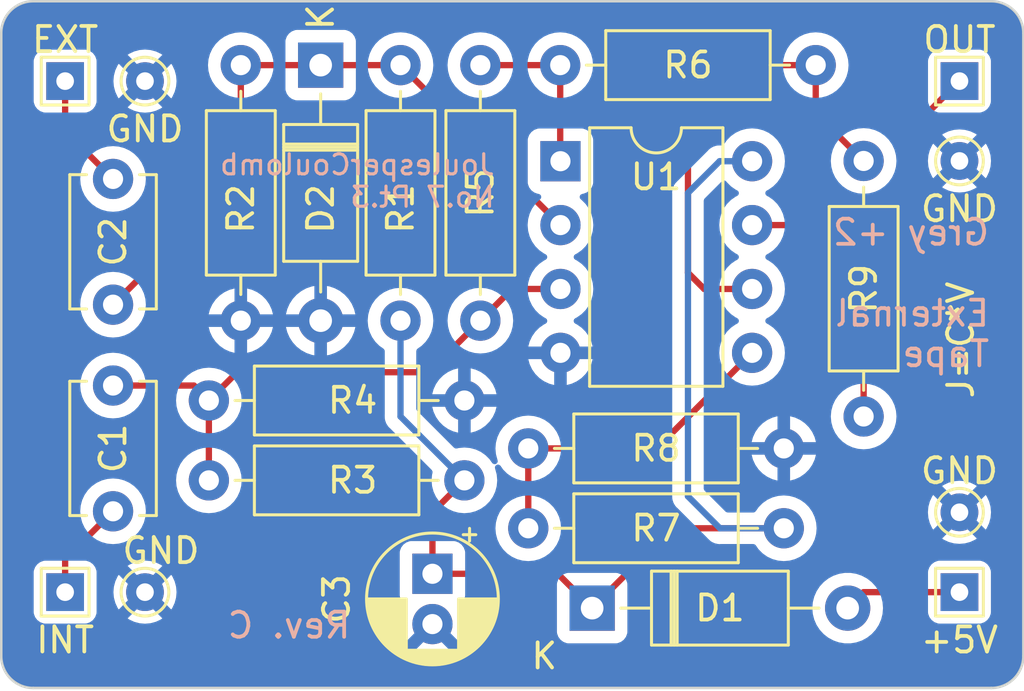
<source format=kicad_pcb>
(kicad_pcb (version 20221018) (generator pcbnew)
  (layers (0 "F.Cu" signal) (31 "B.Cu" signal) (34 "B.Paste" user) (35 "F.Paste" user) (36 "B.SilkS" user "B.Silkscreen") (37 "F.SilkS" user "F.Silkscreen") (38 "B.Mask" user) (39 "F.Mask" user) (44 "Edge.Cuts" user))
  (net 0 "")
  (net 1 "INT TAPE")
  (net 2 "Net-(U1A-+)")
  (net 3 "EXT TAPE")
  (net 4 "Net-(D2-K)")
  (net 5 "+5V")
  (net 6 "GND")
  (net 7 "5V DC")
  (net 8 "Net-(R5-Pad2)")
  (net 9 "Net-(U1B--)")
  (net 10 "Net-(U1B-+)")
  (net 11 "OUTPUT")
  (footprint "Resistor_THT:R_Axial_DIN0207_L6.3mm_D2.5mm_P10.16mm_Horizontal" (layer "F.Cu") (at 149.225 80.645 90)
    (fp_text reference "R1" (at 4.445 0 90) (layer "F.SilkS"))
    (fp_text value "100k")
    (fp_line (start 1.04 0) (end 1.81 0) (stroke (width 0.12)) (layer "F.SilkS"))
    (fp_line (start 1.81 -1.37) (end 1.81 1.37) (stroke (width 0.12)) (layer "F.SilkS"))
    (fp_line (start 1.81 1.37) (end 8.35 1.37) (stroke (width 0.12)) (layer "F.SilkS"))
    (fp_line (start 8.35 -1.37) (end 1.81 -1.37) (stroke (width 0.12)) (layer "F.SilkS"))
    (fp_line (start 8.35 1.37) (end 8.35 -1.37) (stroke (width 0.12)) (layer "F.SilkS"))
    (fp_line (start 9.12 0) (end 8.35 0) (stroke (width 0.12)) (layer "F.SilkS"))
    (pad "1" thru_hole circle (at 0 0 90) (size 1.6 1.6) (drill 0.8) (layers "*.Cu" "*.Mask") (net 5 "+5V"))
    (pad "2" thru_hole oval (at 10.16 0 90) (size 1.6 1.6) (drill 0.8) (layers "*.Cu" "*.Mask") (net 4 "Net-(D2-K)"))
  )
  (footprint "Capacitor_THT:C_Disc_D5.1mm_W3.2mm_P5.00mm" (layer "F.Cu") (at 137.795 88.225 90)
    (fp_text reference "C1" (at 2.5 0 90) (layer "F.SilkS"))
    (fp_text value "20nF")
    (fp_line (start -0.17 -1.721) (end -0.17 -1.055) (stroke (width 0.12)) (layer "F.SilkS"))
    (fp_line (start -0.17 -1.721) (end 5.17 -1.721) (stroke (width 0.12)) (layer "F.SilkS"))
    (fp_line (start -0.17 1.055) (end -0.17 1.721) (stroke (width 0.12)) (layer "F.SilkS"))
    (fp_line (start -0.17 1.721) (end 5.17 1.721) (stroke (width 0.12)) (layer "F.SilkS"))
    (fp_line (start 5.17 -1.721) (end 5.17 -1.055) (stroke (width 0.12)) (layer "F.SilkS"))
    (fp_line (start 5.17 1.055) (end 5.17 1.721) (stroke (width 0.12)) (layer "F.SilkS"))
    (pad "1" thru_hole circle (at 0 0 90) (size 1.6 1.6) (drill 0.8) (layers "*.Cu" "*.Mask") (net 1 "INT TAPE"))
    (pad "2" thru_hole circle (at 5 0 90) (size 1.6 1.6) (drill 0.8) (layers "*.Cu" "*.Mask") (net 2 "Net-(U1A-+)"))
  )
  (footprint "Package_DIP:DIP-8_W7.62mm" (layer "F.Cu") (at 155.585 74.305)
    (fp_text reference "U1" (at 3.8 0.625) (layer "F.SilkS"))
    (fp_text value "LM358")
    (fp_line (start 1.16 -1.33) (end 1.16 8.95) (stroke (width 0.12)) (layer "F.SilkS"))
    (fp_line (start 1.16 8.95) (end 6.46 8.95) (stroke (width 0.12)) (layer "F.SilkS"))
    (fp_line (start 2.81 -1.33) (end 1.16 -1.33) (stroke (width 0.12)) (layer "F.SilkS"))
    (fp_line (start 6.46 -1.33) (end 4.81 -1.33) (stroke (width 0.12)) (layer "F.SilkS"))
    (fp_line (start 6.46 8.95) (end 6.46 -1.33) (stroke (width 0.12)) (layer "F.SilkS"))
    (fp_arc (start 4.81 -1.33) (mid 3.81 -0.33) (end 2.81 -1.33) (stroke (width 0.12)) (layer "F.SilkS"))
    (pad "1" thru_hole rect (at 0 0) (size 1.6 1.6) (drill 0.8) (layers "*.Cu" "*.Mask") (net 8 "Net-(R5-Pad2)"))
    (pad "2" thru_hole oval (at 0 2.54) (size 1.6 1.6) (drill 0.8) (layers "*.Cu" "*.Mask") (net 4 "Net-(D2-K)"))
    (pad "3" thru_hole oval (at 0 5.08) (size 1.6 1.6) (drill 0.8) (layers "*.Cu" "*.Mask") (net 2 "Net-(U1A-+)"))
    (pad "4" thru_hole oval (at 0 7.62) (size 1.6 1.6) (drill 0.8) (layers "*.Cu" "*.Mask") (net 6 "GND"))
    (pad "5" thru_hole oval (at 7.62 7.62) (size 1.6 1.6) (drill 0.8) (layers "*.Cu" "*.Mask") (net 10 "Net-(U1B-+)"))
    (pad "6" thru_hole oval (at 7.62 5.08) (size 1.6 1.6) (drill 0.8) (layers "*.Cu" "*.Mask") (net 9 "Net-(U1B--)"))
    (pad "7" thru_hole oval (at 7.62 2.54) (size 1.6 1.6) (drill 0.8) (layers "*.Cu" "*.Mask") (net 11 "OUTPUT"))
    (pad "8" thru_hole oval (at 7.62 0) (size 1.6 1.6) (drill 0.8) (layers "*.Cu" "*.Mask") (net 5 "+5V"))
  )
  (footprint "Resistor_THT:R_Axial_DIN0207_L6.3mm_D2.5mm_P10.16mm_Horizontal" (layer "F.Cu") (at 155.575 70.485)
    (fp_text reference "R6" (at 5.08 0) (layer "F.SilkS"))
    (fp_text value "100k")
    (fp_line (start 1.04 0) (end 1.81 0) (stroke (width 0.12)) (layer "F.SilkS"))
    (fp_line (start 1.81 -1.37) (end 1.81 1.37) (stroke (width 0.12)) (layer "F.SilkS"))
    (fp_line (start 1.81 1.37) (end 8.35 1.37) (stroke (width 0.12)) (layer "F.SilkS"))
    (fp_line (start 8.35 -1.37) (end 1.81 -1.37) (stroke (width 0.12)) (layer "F.SilkS"))
    (fp_line (start 8.35 1.37) (end 8.35 -1.37) (stroke (width 0.12)) (layer "F.SilkS"))
    (fp_line (start 9.12 0) (end 8.35 0) (stroke (width 0.12)) (layer "F.SilkS"))
    (pad "1" thru_hole circle (at 0 0) (size 1.6 1.6) (drill 0.8) (layers "*.Cu" "*.Mask") (net 8 "Net-(R5-Pad2)"))
    (pad "2" thru_hole oval (at 10.16 0) (size 1.6 1.6) (drill 0.8) (layers "*.Cu" "*.Mask") (net 9 "Net-(U1B--)"))
  )
  (footprint "Resistor_THT:R_Axial_DIN0207_L6.3mm_D2.5mm_P10.16mm_Horizontal" (layer "F.Cu") (at 141.605 83.82)
    (fp_text reference "R4" (at 5.715 0) (layer "F.SilkS"))
    (fp_text value "100k")
    (fp_line (start 1.04 0) (end 1.81 0) (stroke (width 0.12)) (layer "F.SilkS"))
    (fp_line (start 1.81 -1.37) (end 1.81 1.37) (stroke (width 0.12)) (layer "F.SilkS"))
    (fp_line (start 1.81 1.37) (end 8.35 1.37) (stroke (width 0.12)) (layer "F.SilkS"))
    (fp_line (start 8.35 -1.37) (end 1.81 -1.37) (stroke (width 0.12)) (layer "F.SilkS"))
    (fp_line (start 8.35 1.37) (end 8.35 -1.37) (stroke (width 0.12)) (layer "F.SilkS"))
    (fp_line (start 9.12 0) (end 8.35 0) (stroke (width 0.12)) (layer "F.SilkS"))
    (pad "1" thru_hole circle (at 0 0) (size 1.6 1.6) (drill 0.8) (layers "*.Cu" "*.Mask") (net 2 "Net-(U1A-+)"))
    (pad "2" thru_hole oval (at 10.16 0) (size 1.6 1.6) (drill 0.8) (layers "*.Cu" "*.Mask") (net 6 "GND"))
  )
  (footprint "Resistor_THT:R_Axial_DIN0207_L6.3mm_D2.5mm_P10.16mm_Horizontal" (layer "F.Cu") (at 142.875 70.485 -90)
    (fp_text reference "R2" (at 5.715 0 -90) (layer "F.SilkS"))
    (fp_text value "100k")
    (fp_line (start 1.04 0) (end 1.81 0) (stroke (width 0.12)) (layer "F.SilkS"))
    (fp_line (start 1.81 -1.37) (end 1.81 1.37) (stroke (width 0.12)) (layer "F.SilkS"))
    (fp_line (start 1.81 1.37) (end 8.35 1.37) (stroke (width 0.12)) (layer "F.SilkS"))
    (fp_line (start 8.35 -1.37) (end 1.81 -1.37) (stroke (width 0.12)) (layer "F.SilkS"))
    (fp_line (start 8.35 1.37) (end 8.35 -1.37) (stroke (width 0.12)) (layer "F.SilkS"))
    (fp_line (start 9.12 0) (end 8.35 0) (stroke (width 0.12)) (layer "F.SilkS"))
    (pad "1" thru_hole circle (at 0 0 270) (size 1.6 1.6) (drill 0.8) (layers "*.Cu" "*.Mask") (net 4 "Net-(D2-K)"))
    (pad "2" thru_hole oval (at 10.16 0 270) (size 1.6 1.6) (drill 0.8) (layers "*.Cu" "*.Mask") (net 6 "GND"))
  )
  (footprint "TestPoint:TestPoint_THTPad_1.5x1.5mm_Drill0.7mm" (layer "F.Cu") (at 135.89 71.12)
    (fp_text reference "EXT" (at 0 -1.648) (layer "F.SilkS"))
    (fp_text value "TestPoint_THTPad_1.5x1.5mm_Drill0.7mm" hide)
    (fp_line (start -0.95 -0.95) (end 0.95 -0.95) (stroke (width 0.12)) (layer "F.SilkS"))
    (fp_line (start -0.95 0.95) (end -0.95 -0.95) (stroke (width 0.12)) (layer "F.SilkS"))
    (fp_line (start 0.95 -0.95) (end 0.95 0.95) (stroke (width 0.12)) (layer "F.SilkS"))
    (fp_line (start 0.95 0.95) (end -0.95 0.95) (stroke (width 0.12)) (layer "F.SilkS"))
    (pad "1" thru_hole rect (at 0 0) (size 1.5 1.5) (drill 0.7) (layers "*.Cu" "*.Mask") (net 3 "EXT TAPE"))
  )
  (footprint "TestPoint:TestPoint_THTPad_D1.5mm_Drill0.7mm" (layer "F.Cu") (at 139.065 91.44)
    (fp_text reference "GND" (at 0.635 -1.648) (layer "F.SilkS"))
    (fp_text value "TestPoint_THTPad_D1.5mm_Drill0.7mm" hide)
    (fp_circle (center 0 0) (end 0 0.95) (stroke (width 0.12)) (fill none) (layer "F.SilkS"))
    (pad "1" thru_hole circle (at 0 0) (size 1.5 1.5) (drill 0.7) (layers "*.Cu" "*.Mask") (net 6 "GND"))
  )
  (footprint "TestPoint:TestPoint_THTPad_D1.5mm_Drill0.7mm" (layer "F.Cu") (at 171.45 88.265)
    (fp_text reference "GND" (at 0 -1.648) (layer "F.SilkS"))
    (fp_text value "TestPoint_THTPad_D1.5mm_Drill0.7mm" hide)
    (fp_circle (center 0 0) (end 0 0.95) (stroke (width 0.12)) (fill none) (layer "F.SilkS"))
    (pad "1" thru_hole circle (at 0 0) (size 1.5 1.5) (drill 0.7) (layers "*.Cu" "*.Mask") (net 6 "GND"))
  )
  (footprint "Resistor_THT:R_Axial_DIN0207_L6.3mm_D2.5mm_P10.16mm_Horizontal" (layer "F.Cu") (at 154.305 85.725)
    (fp_text reference "R8" (at 5.08 0) (layer "F.SilkS"))
    (fp_text value "68k")
    (fp_line (start 1.04 0) (end 1.81 0) (stroke (width 0.12)) (layer "F.SilkS"))
    (fp_line (start 1.81 -1.37) (end 1.81 1.37) (stroke (width 0.12)) (layer "F.SilkS"))
    (fp_line (start 1.81 1.37) (end 8.35 1.37) (stroke (width 0.12)) (layer "F.SilkS"))
    (fp_line (start 8.35 -1.37) (end 1.81 -1.37) (stroke (width 0.12)) (layer "F.SilkS"))
    (fp_line (start 8.35 1.37) (end 8.35 -1.37) (stroke (width 0.12)) (layer "F.SilkS"))
    (fp_line (start 9.12 0) (end 8.35 0) (stroke (width 0.12)) (layer "F.SilkS"))
    (pad "1" thru_hole circle (at 0 0) (size 1.6 1.6) (drill 0.8) (layers "*.Cu" "*.Mask") (net 10 "Net-(U1B-+)"))
    (pad "2" thru_hole oval (at 10.16 0) (size 1.6 1.6) (drill 0.8) (layers "*.Cu" "*.Mask") (net 6 "GND"))
  )
  (footprint "Resistor_THT:R_Axial_DIN0207_L6.3mm_D2.5mm_P10.16mm_Horizontal" (layer "F.Cu") (at 152.4 80.645 90)
    (fp_text reference "R5" (at 5.08 0 90) (layer "F.SilkS"))
    (fp_text value "470k")
    (fp_line (start 1.04 0) (end 1.81 0) (stroke (width 0.12)) (layer "F.SilkS"))
    (fp_line (start 1.81 -1.37) (end 1.81 1.37) (stroke (width 0.12)) (layer "F.SilkS"))
    (fp_line (start 1.81 1.37) (end 8.35 1.37) (stroke (width 0.12)) (layer "F.SilkS"))
    (fp_line (start 8.35 -1.37) (end 1.81 -1.37) (stroke (width 0.12)) (layer "F.SilkS"))
    (fp_line (start 8.35 1.37) (end 8.35 -1.37) (stroke (width 0.12)) (layer "F.SilkS"))
    (fp_line (start 9.12 0) (end 8.35 0) (stroke (width 0.12)) (layer "F.SilkS"))
    (pad "1" thru_hole circle (at 0 0 90) (size 1.6 1.6) (drill 0.8) (layers "*.Cu" "*.Mask") (net 2 "Net-(U1A-+)"))
    (pad "2" thru_hole oval (at 10.16 0 90) (size 1.6 1.6) (drill 0.8) (layers "*.Cu" "*.Mask") (net 8 "Net-(R5-Pad2)"))
  )
  (footprint "Resistor_THT:R_Axial_DIN0207_L6.3mm_D2.5mm_P10.16mm_Horizontal" (layer "F.Cu") (at 167.64 74.295 -90)
    (fp_text reference "R9" (at 5.08 0 90) (layer "F.SilkS"))
    (fp_text value "100k")
    (fp_line (start 1.04 0) (end 1.81 0) (stroke (width 0.12)) (layer "F.SilkS"))
    (fp_line (start 1.81 -1.37) (end 1.81 1.37) (stroke (width 0.12)) (layer "F.SilkS"))
    (fp_line (start 1.81 1.37) (end 8.35 1.37) (stroke (width 0.12)) (layer "F.SilkS"))
    (fp_line (start 8.35 -1.37) (end 1.81 -1.37) (stroke (width 0.12)) (layer "F.SilkS"))
    (fp_line (start 8.35 1.37) (end 8.35 -1.37) (stroke (width 0.12)) (layer "F.SilkS"))
    (fp_line (start 9.12 0) (end 8.35 0) (stroke (width 0.12)) (layer "F.SilkS"))
    (pad "1" thru_hole circle (at 0 0 270) (size 1.6 1.6) (drill 0.8) (layers "*.Cu" "*.Mask") (net 9 "Net-(U1B--)"))
    (pad "2" thru_hole oval (at 10.16 0 270) (size 1.6 1.6) (drill 0.8) (layers "*.Cu" "*.Mask") (net 11 "OUTPUT"))
  )
  (footprint "Diode_THT:D_A-405_P10.16mm_Horizontal" (layer "F.Cu") (at 146.05 70.485 -90)
    (fp_text reference "D2" (at 5.715 0 -90) (layer "F.SilkS"))
    (fp_text value "~")
    (fp_text user "K" (at -1.905 0 -90) (layer "F.SilkS"))
    (fp_line (start 1.14 0) (end 2.36 0) (stroke (width 0.12)) (layer "F.SilkS"))
    (fp_line (start 2.36 -1.47) (end 2.36 1.47) (stroke (width 0.12)) (layer "F.SilkS"))
    (fp_line (start 2.36 1.47) (end 7.8 1.47) (stroke (width 0.12)) (layer "F.SilkS"))
    (fp_line (start 3.14 -1.47) (end 3.14 1.47) (stroke (width 0.12)) (layer "F.SilkS"))
    (fp_line (start 3.26 -1.47) (end 3.26 1.47) (stroke (width 0.12)) (layer "F.SilkS"))
    (fp_line (start 3.38 -1.47) (end 3.38 1.47) (stroke (width 0.12)) (layer "F.SilkS"))
    (fp_line (start 7.8 -1.47) (end 2.36 -1.47) (stroke (width 0.12)) (layer "F.SilkS"))
    (fp_line (start 7.8 1.47) (end 7.8 -1.47) (stroke (width 0.12)) (layer "F.SilkS"))
    (fp_line (start 9.02 0) (end 7.8 0) (stroke (width 0.12)) (layer "F.SilkS"))
    (pad "1" thru_hole rect (at 0 0 270) (size 1.8 1.8) (drill 0.9) (layers "*.Cu" "*.Mask") (net 4 "Net-(D2-K)"))
    (pad "2" thru_hole oval (at 10.16 0 270) (size 1.8 1.8) (drill 0.9) (layers "*.Cu" "*.Mask") (net 6 "GND"))
  )
  (footprint "TestPoint:TestPoint_THTPad_1.5x1.5mm_Drill0.7mm" (layer "F.Cu") (at 135.89 91.44)
    (fp_text reference "INT" (at 0 1.905) (layer "F.SilkS"))
    (fp_text value "TestPoint_THTPad_1.5x1.5mm_Drill0.7mm" hide)
    (fp_line (start -0.95 -0.95) (end 0.95 -0.95) (stroke (width 0.12)) (layer "F.SilkS"))
    (fp_line (start -0.95 0.95) (end -0.95 -0.95) (stroke (width 0.12)) (layer "F.SilkS"))
    (fp_line (start 0.95 -0.95) (end 0.95 0.95) (stroke (width 0.12)) (layer "F.SilkS"))
    (fp_line (start 0.95 0.95) (end -0.95 0.95) (stroke (width 0.12)) (layer "F.SilkS"))
    (pad "1" thru_hole rect (at 0 0) (size 1.5 1.5) (drill 0.7) (layers "*.Cu" "*.Mask") (net 1 "INT TAPE"))
  )
  (footprint "Capacitor_THT:C_Disc_D5.1mm_W3.2mm_P5.00mm" (layer "F.Cu") (at 137.795 75.01 -90)
    (fp_text reference "C2" (at 2.5 0 -90) (layer "F.SilkS"))
    (fp_text value "20nF")
    (fp_line (start -0.17 -1.721) (end -0.17 -1.055) (stroke (width 0.12)) (layer "F.SilkS"))
    (fp_line (start -0.17 -1.721) (end 5.17 -1.721) (stroke (width 0.12)) (layer "F.SilkS"))
    (fp_line (start -0.17 1.055) (end -0.17 1.721) (stroke (width 0.12)) (layer "F.SilkS"))
    (fp_line (start -0.17 1.721) (end 5.17 1.721) (stroke (width 0.12)) (layer "F.SilkS"))
    (fp_line (start 5.17 -1.721) (end 5.17 -1.055) (stroke (width 0.12)) (layer "F.SilkS"))
    (fp_line (start 5.17 1.055) (end 5.17 1.721) (stroke (width 0.12)) (layer "F.SilkS"))
    (pad "1" thru_hole circle (at 0 0 270) (size 1.6 1.6) (drill 0.8) (layers "*.Cu" "*.Mask") (net 3 "EXT TAPE"))
    (pad "2" thru_hole circle (at 5 0 270) (size 1.6 1.6) (drill 0.8) (layers "*.Cu" "*.Mask") (net 4 "Net-(D2-K)"))
  )
  (footprint "Capacitor_THT:CP_Radial_D5.0mm_P2.00mm" (layer "F.Cu") (at 150.495 90.71 -90)
    (fp_text reference "C3" (at 1 3.81 -90) (layer "F.SilkS"))
    (fp_text value "22uF")
    (fp_line (start -1.804775 -1.475) (end -1.304775 -1.475) (stroke (width 0.12)) (layer "F.SilkS"))
    (fp_line (start -1.554775 -1.725) (end -1.554775 -1.225) (stroke (width 0.12)) (layer "F.SilkS"))
    (fp_line (start 1 -2.58) (end 1 -1.04) (stroke (width 0.12)) (layer "F.SilkS"))
    (fp_line (start 1 1.04) (end 1 2.58) (stroke (width 0.12)) (layer "F.SilkS"))
    (fp_line (start 1.04 -2.58) (end 1.04 -1.04) (stroke (width 0.12)) (layer "F.SilkS"))
    (fp_line (start 1.04 1.04) (end 1.04 2.58) (stroke (width 0.12)) (layer "F.SilkS"))
    (fp_line (start 1.08 -2.579) (end 1.08 -1.04) (stroke (width 0.12)) (layer "F.SilkS"))
    (fp_line (start 1.08 1.04) (end 1.08 2.579) (stroke (width 0.12)) (layer "F.SilkS"))
    (fp_line (start 1.12 -2.578) (end 1.12 -1.04) (stroke (width 0.12)) (layer "F.SilkS"))
    (fp_line (start 1.12 1.04) (end 1.12 2.578) (stroke (width 0.12)) (layer "F.SilkS"))
    (fp_line (start 1.16 -2.576) (end 1.16 -1.04) (stroke (width 0.12)) (layer "F.SilkS"))
    (fp_line (start 1.16 1.04) (end 1.16 2.576) (stroke (width 0.12)) (layer "F.SilkS"))
    (fp_line (start 1.2 -2.573) (end 1.2 -1.04) (stroke (width 0.12)) (layer "F.SilkS"))
    (fp_line (start 1.2 1.04) (end 1.2 2.573) (stroke (width 0.12)) (layer "F.SilkS"))
    (fp_line (start 1.24 -2.569) (end 1.24 -1.04) (stroke (width 0.12)) (layer "F.SilkS"))
    (fp_line (start 1.24 1.04) (end 1.24 2.569) (stroke (width 0.12)) (layer "F.SilkS"))
    (fp_line (start 1.28 -2.565) (end 1.28 -1.04) (stroke (width 0.12)) (layer "F.SilkS"))
    (fp_line (start 1.28 1.04) (end 1.28 2.565) (stroke (width 0.12)) (layer "F.SilkS"))
    (fp_line (start 1.32 -2.561) (end 1.32 -1.04) (stroke (width 0.12)) (layer "F.SilkS"))
    (fp_line (start 1.32 1.04) (end 1.32 2.561) (stroke (width 0.12)) (layer "F.SilkS"))
    (fp_line (start 1.36 -2.556) (end 1.36 -1.04) (stroke (width 0.12)) (layer "F.SilkS"))
    (fp_line (start 1.36 1.04) (end 1.36 2.556) (stroke (width 0.12)) (layer "F.SilkS"))
    (fp_line (start 1.4 -2.55) (end 1.4 -1.04) (stroke (width 0.12)) (layer "F.SilkS"))
    (fp_line (start 1.4 1.04) (end 1.4 2.55) (stroke (width 0.12)) (layer "F.SilkS"))
    (fp_line (start 1.44 -2.543) (end 1.44 -1.04) (stroke (width 0.12)) (layer "F.SilkS"))
    (fp_line (start 1.44 1.04) (end 1.44 2.543) (stroke (width 0.12)) (layer "F.SilkS"))
    (fp_line (start 1.48 -2.536) (end 1.48 -1.04) (stroke (width 0.12)) (layer "F.SilkS"))
    (fp_line (start 1.48 1.04) (end 1.48 2.536) (stroke (width 0.12)) (layer "F.SilkS"))
    (fp_line (start 1.52 -2.528) (end 1.52 -1.04) (stroke (width 0.12)) (layer "F.SilkS"))
    (fp_line (start 1.52 1.04) (end 1.52 2.528) (stroke (width 0.12)) (layer "F.SilkS"))
    (fp_line (start 1.56 -2.52) (end 1.56 -1.04) (stroke (width 0.12)) (layer "F.SilkS"))
    (fp_line (start 1.56 1.04) (end 1.56 2.52) (stroke (width 0.12)) (layer "F.SilkS"))
    (fp_line (start 1.6 -2.511) (end 1.6 -1.04) (stroke (width 0.12)) (layer "F.SilkS"))
    (fp_line (start 1.6 1.04) (end 1.6 2.511) (stroke (width 0.12)) (layer "F.SilkS"))
    (fp_line (start 1.64 -2.501) (end 1.64 -1.04) (stroke (width 0.12)) (layer "F.SilkS"))
    (fp_line (start 1.64 1.04) (end 1.64 2.501) (stroke (width 0.12)) (layer "F.SilkS"))
    (fp_line (start 1.68 -2.491) (end 1.68 -1.04) (stroke (width 0.12)) (layer "F.SilkS"))
    (fp_line (start 1.68 1.04) (end 1.68 2.491) (stroke (width 0.12)) (layer "F.SilkS"))
    (fp_line (start 1.721 -2.48) (end 1.721 -1.04) (stroke (width 0.12)) (layer "F.SilkS"))
    (fp_line (start 1.721 1.04) (end 1.721 2.48) (stroke (width 0.12)) (layer "F.SilkS"))
    (fp_line (start 1.761 -2.468) (end 1.761 -1.04) (stroke (width 0.12)) (layer "F.SilkS"))
    (fp_line (start 1.761 1.04) (end 1.761 2.468) (stroke (width 0.12)) (layer "F.SilkS"))
    (fp_line (start 1.801 -2.455) (end 1.801 -1.04) (stroke (width 0.12)) (layer "F.SilkS"))
    (fp_line (start 1.801 1.04) (end 1.801 2.455) (stroke (width 0.12)) (layer "F.SilkS"))
    (fp_line (start 1.841 -2.442) (end 1.841 -1.04) (stroke (width 0.12)) (layer "F.SilkS"))
    (fp_line (start 1.841 1.04) (end 1.841 2.442) (stroke (width 0.12)) (layer "F.SilkS"))
    (fp_line (start 1.881 -2.428) (end 1.881 -1.04) (stroke (width 0.12)) (layer "F.SilkS"))
    (fp_line (start 1.881 1.04) (end 1.881 2.428) (stroke (width 0.12)) (layer "F.SilkS"))
    (fp_line (start 1.921 -2.414) (end 1.921 -1.04) (stroke (width 0.12)) (layer "F.SilkS"))
    (fp_line (start 1.921 1.04) (end 1.921 2.414) (stroke (width 0.12)) (layer "F.SilkS"))
    (fp_line (start 1.961 -2.398) (end 1.961 -1.04) (stroke (width 0.12)) (layer "F.SilkS"))
    (fp_line (start 1.961 1.04) (end 1.961 2.398) (stroke (width 0.12)) (layer "F.SilkS"))
    (fp_line (start 2.001 -2.382) (end 2.001 -1.04) (stroke (width 0.12)) (layer "F.SilkS"))
    (fp_line (start 2.001 1.04) (end 2.001 2.382) (stroke (width 0.12)) (layer "F.SilkS"))
    (fp_line (start 2.041 -2.365) (end 2.041 -1.04) (stroke (width 0.12)) (layer "F.SilkS"))
    (fp_line (start 2.041 1.04) (end 2.041 2.365) (stroke (width 0.12)) (layer "F.SilkS"))
    (fp_line (start 2.081 -2.348) (end 2.081 -1.04) (stroke (width 0.12)) (layer "F.SilkS"))
    (fp_line (start 2.081 1.04) (end 2.081 2.348) (stroke (width 0.12)) (layer "F.SilkS"))
    (fp_line (start 2.121 -2.329) (end 2.121 -1.04) (stroke (width 0.12)) (layer "F.SilkS"))
    (fp_line (start 2.121 1.04) (end 2.121 2.329) (stroke (width 0.12)) (layer "F.SilkS"))
    (fp_line (start 2.161 -2.31) (end 2.161 -1.04) (stroke (width 0.12)) (layer "F.SilkS"))
    (fp_line (start 2.161 1.04) (end 2.161 2.31) (stroke (width 0.12)) (layer "F.SilkS"))
    (fp_line (start 2.201 -2.29) (end 2.201 -1.04) (stroke (width 0.12)) (layer "F.SilkS"))
    (fp_line (start 2.201 1.04) (end 2.201 2.29) (stroke (width 0.12)) (layer "F.SilkS"))
    (fp_line (start 2.241 -2.268) (end 2.241 -1.04) (stroke (width 0.12)) (layer "F.SilkS"))
    (fp_line (start 2.241 1.04) (end 2.241 2.268) (stroke (width 0.12)) (layer "F.SilkS"))
    (fp_line (start 2.281 -2.247) (end 2.281 -1.04) (stroke (width 0.12)) (layer "F.SilkS"))
    (fp_line (start 2.281 1.04) (end 2.281 2.247) (stroke (width 0.12)) (layer "F.SilkS"))
    (fp_line (start 2.321 -2.224) (end 2.321 -1.04) (stroke (width 0.12)) (layer "F.SilkS"))
    (fp_line (start 2.321 1.04) (end 2.321 2.224) (stroke (width 0.12)) (layer "F.SilkS"))
    (fp_line (start 2.361 -2.2) (end 2.361 -1.04) (stroke (width 0.12)) (layer "F.SilkS"))
    (fp_line (start 2.361 1.04) (end 2.361 2.2) (stroke (width 0.12)) (layer "F.SilkS"))
    (fp_line (start 2.401 -2.175) (end 2.401 -1.04) (stroke (width 0.12)) (layer "F.SilkS"))
    (fp_line (start 2.401 1.04) (end 2.401 2.175) (stroke (width 0.12)) (layer "F.SilkS"))
    (fp_line (start 2.441 -2.149) (end 2.441 -1.04) (stroke (width 0.12)) (layer "F.SilkS"))
    (fp_line (start 2.441 1.04) (end 2.441 2.149) (stroke (width 0.12)) (layer "F.SilkS"))
    (fp_line (start 2.481 -2.122) (end 2.481 -1.04) (stroke (width 0.12)) (layer "F.SilkS"))
    (fp_line (start 2.481 1.04) (end 2.481 2.122) (stroke (width 0.12)) (layer "F.SilkS"))
    (fp_line (start 2.521 -2.095) (end 2.521 -1.04) (stroke (width 0.12)) (layer "F.SilkS"))
    (fp_line (start 2.521 1.04) (end 2.521 2.095) (stroke (width 0.12)) (layer "F.SilkS"))
    (fp_line (start 2.561 -2.065) (end 2.561 -1.04) (stroke (width 0.12)) (layer "F.SilkS"))
    (fp_line (start 2.561 1.04) (end 2.561 2.065) (stroke (width 0.12)) (layer "F.SilkS"))
    (fp_line (start 2.601 -2.035) (end 2.601 -1.04) (stroke (width 0.12)) (layer "F.SilkS"))
    (fp_line (start 2.601 1.04) (end 2.601 2.035) (stroke (width 0.12)) (layer "F.SilkS"))
    (fp_line (start 2.641 -2.004) (end 2.641 -1.04) (stroke (width 0.12)) (layer "F.SilkS"))
    (fp_line (start 2.641 1.04) (end 2.641 2.004) (stroke (width 0.12)) (layer "F.SilkS"))
    (fp_line (start 2.681 -1.971) (end 2.681 -1.04) (stroke (width 0.12)) (layer "F.SilkS"))
    (fp_line (start 2.681 1.04) (end 2.681 1.971) (stroke (width 0.12)) (layer "F.SilkS"))
    (fp_line (start 2.721 -1.937) (end 2.721 -1.04) (stroke (width 0.12)) (layer "F.SilkS"))
    (fp_line (start 2.721 1.04) (end 2.721 1.937) (stroke (width 0.12)) (layer "F.SilkS"))
    (fp_line (start 2.761 -1.901) (end 2.761 -1.04) (stroke (width 0.12)) (layer "F.SilkS"))
    (fp_line (start 2.761 1.04) (end 2.761 1.901) (stroke (width 0.12)) (layer "F.SilkS"))
    (fp_line (start 2.801 -1.864) (end 2.801 -1.04) (stroke (width 0.12)) (layer "F.SilkS"))
    (fp_line (start 2.801 1.04) (end 2.801 1.864) (stroke (width 0.12)) (layer "F.SilkS"))
    (fp_line (start 2.841 -1.826) (end 2.841 -1.04) (stroke (width 0.12)) (layer "F.SilkS"))
    (fp_line (start 2.841 1.04) (end 2.841 1.826) (stroke (width 0.12)) (layer "F.SilkS"))
    (fp_line (start 2.881 -1.785) (end 2.881 -1.04) (stroke (width 0.12)) (layer "F.SilkS"))
    (fp_line (start 2.881 1.04) (end 2.881 1.785) (stroke (width 0.12)) (layer "F.SilkS"))
    (fp_line (start 2.921 -1.743) (end 2.921 -1.04) (stroke (width 0.12)) (layer "F.SilkS"))
    (fp_line (start 2.921 1.04) (end 2.921 1.743) (stroke (width 0.12)) (layer "F.SilkS"))
    (fp_line (start 2.961 -1.699) (end 2.961 -1.04) (stroke (width 0.12)) (layer "F.SilkS"))
    (fp_line (start 2.961 1.04) (end 2.961 1.699) (stroke (width 0.12)) (layer "F.SilkS"))
    (fp_line (start 3.001 -1.653) (end 3.001 -1.04) (stroke (width 0.12)) (layer "F.SilkS"))
    (fp_line (start 3.001 1.04) (end 3.001 1.653) (stroke (width 0.12)) (layer "F.SilkS"))
    (fp_line (start 3.041 -1.605) (end 3.041 1.605) (stroke (width 0.12)) (layer "F.SilkS"))
    (fp_line (start 3.081 -1.554) (end 3.081 1.554) (stroke (width 0.12)) (layer "F.SilkS"))
    (fp_line (start 3.121 -1.5) (end 3.121 1.5) (stroke (width 0.12)) (layer "F.SilkS"))
    (fp_line (start 3.161 -1.443) (end 3.161 1.443) (stroke (width 0.12)) (layer "F.SilkS"))
    (fp_line (start 3.201 -1.383) (end 3.201 1.383) (stroke (width 0.12)) (layer "F.SilkS"))
    (fp_line (start 3.241 -1.319) (end 3.241 1.319) (stroke (width 0.12)) (layer "F.SilkS"))
    (fp_line (start 3.281 -1.251) (end 3.281 1.251) (stroke (width 0.12)) (layer "F.SilkS"))
    (fp_line (start 3.321 -1.178) (end 3.321 1.178) (stroke (width 0.12)) (layer "F.SilkS"))
    (fp_line (start 3.361 -1.098) (end 3.361 1.098) (stroke (width 0.12)) (layer "F.SilkS"))
    (fp_line (start 3.401 -1.011) (end 3.401 1.011) (stroke (width 0.12)) (layer "F.SilkS"))
    (fp_line (start 3.441 -0.915) (end 3.441 0.915) (stroke (width 0.12)) (layer "F.SilkS"))
    (fp_line (start 3.481 -0.805) (end 3.481 0.805) (stroke (width 0.12)) (layer "F.SilkS"))
    (fp_line (start 3.521 -0.677) (end 3.521 0.677) (stroke (width 0.12)) (layer "F.SilkS"))
    (fp_line (start 3.561 -0.518) (end 3.561 0.518) (stroke (width 0.12)) (layer "F.SilkS"))
    (fp_line (start 3.601 -0.284) (end 3.601 0.284) (stroke (width 0.12)) (layer "F.SilkS"))
    (fp_circle (center 1 0) (end 3.62 0) (stroke (width 0.12)) (fill none) (layer "F.SilkS"))
    (pad "1" thru_hole rect (at 0 0 270) (size 1.6 1.6) (drill 0.8) (layers "*.Cu" "*.Mask") (net 5 "+5V"))
    (pad "2" thru_hole circle (at 2 0 270) (size 1.6 1.6) (drill 0.8) (layers "*.Cu" "*.Mask") (net 6 "GND"))
  )
  (footprint "Diode_THT:D_A-405_P10.16mm_Horizontal" (layer "F.Cu") (at 156.845 92.075)
    (fp_text reference "D1" (at 5.08 0) (layer "F.SilkS"))
    (fp_text value "~")
    (fp_text user "K" (at -1.905 1.905) (layer "F.SilkS"))
    (fp_line (start 1.14 0) (end 2.36 0) (stroke (width 0.12)) (layer "F.SilkS"))
    (fp_line (start 2.36 -1.47) (end 2.36 1.47) (stroke (width 0.12)) (layer "F.SilkS"))
    (fp_line (start 2.36 1.47) (end 7.8 1.47) (stroke (width 0.12)) (layer "F.SilkS"))
    (fp_line (start 3.14 -1.47) (end 3.14 1.47) (stroke (width 0.12)) (layer "F.SilkS"))
    (fp_line (start 3.26 -1.47) (end 3.26 1.47) (stroke (width 0.12)) (layer "F.SilkS"))
    (fp_line (start 3.38 -1.47) (end 3.38 1.47) (stroke (width 0.12)) (layer "F.SilkS"))
    (fp_line (start 7.8 -1.47) (end 2.36 -1.47) (stroke (width 0.12)) (layer "F.SilkS"))
    (fp_line (start 7.8 1.47) (end 7.8 -1.47) (stroke (width 0.12)) (layer "F.SilkS"))
    (fp_line (start 9.02 0) (end 7.8 0) (stroke (width 0.12)) (layer "F.SilkS"))
    (pad "1" thru_hole rect (at 0 0) (size 1.8 1.8) (drill 0.9) (layers "*.Cu" "*.Mask") (net 5 "+5V"))
    (pad "2" thru_hole oval (at 10.16 0) (size 1.8 1.8) (drill 0.9) (layers "*.Cu" "*.Mask") (net 7 "5V DC"))
  )
  (footprint "TestPoint:TestPoint_THTPad_1.5x1.5mm_Drill0.7mm" (layer "F.Cu") (at 171.45 91.44)
    (fp_text reference "+5V" (at 0 1.905) (layer "F.SilkS"))
    (fp_text value "TestPoint_THTPad_1.5x1.5mm_Drill0.7mm" hide)
    (fp_line (start -0.95 -0.95) (end 0.95 -0.95) (stroke (width 0.12)) (layer "F.SilkS"))
    (fp_line (start -0.95 0.95) (end -0.95 -0.95) (stroke (width 0.12)) (layer "F.SilkS"))
    (fp_line (start 0.95 -0.95) (end 0.95 0.95) (stroke (width 0.12)) (layer "F.SilkS"))
    (fp_line (start 0.95 0.95) (end -0.95 0.95) (stroke (width 0.12)) (layer "F.SilkS"))
    (pad "1" thru_hole rect (at 0 0) (size 1.5 1.5) (drill 0.7) (layers "*.Cu" "*.Mask") (net 7 "5V DC"))
  )
  (footprint "Resistor_THT:R_Axial_DIN0207_L6.3mm_D2.5mm_P10.16mm_Horizontal" (layer "F.Cu") (at 164.465 88.9 180)
    (fp_text reference "R7" (at 5.08 0) (layer "F.SilkS"))
    (fp_text value "100k")
    (fp_line (start 1.04 0) (end 1.81 0) (stroke (width 0.12)) (layer "F.SilkS"))
    (fp_line (start 1.81 -1.37) (end 1.81 1.37) (stroke (width 0.12)) (layer "F.SilkS"))
    (fp_line (start 1.81 1.37) (end 8.35 1.37) (stroke (width 0.12)) (layer "F.SilkS"))
    (fp_line (start 8.35 -1.37) (end 1.81 -1.37) (stroke (width 0.12)) (layer "F.SilkS"))
    (fp_line (start 8.35 1.37) (end 8.35 -1.37) (stroke (width 0.12)) (layer "F.SilkS"))
    (fp_line (start 9.12 0) (end 8.35 0) (stroke (width 0.12)) (layer "F.SilkS"))
    (pad "1" thru_hole circle (at 0 0 180) (size 1.6 1.6) (drill 0.8) (layers "*.Cu" "*.Mask") (net 5 "+5V"))
    (pad "2" thru_hole oval (at 10.16 0 180) (size 1.6 1.6) (drill 0.8) (layers "*.Cu" "*.Mask") (net 10 "Net-(U1B-+)"))
  )
  (footprint "TestPoint:TestPoint_THTPad_D1.5mm_Drill0.7mm" (layer "F.Cu") (at 171.45 74.295)
    (fp_text reference "GND" (at 0 1.905) (layer "F.SilkS"))
    (fp_text value "TestPoint_THTPad_D1.5mm_Drill0.7mm" hide)
    (fp_circle (center 0 0) (end 0 0.95) (stroke (width 0.12)) (fill none) (layer "F.SilkS"))
    (pad "1" thru_hole circle (at 0 0) (size 1.5 1.5) (drill 0.7) (layers "*.Cu" "*.Mask") (net 6 "GND"))
  )
  (footprint "TestPoint:TestPoint_THTPad_D1.5mm_Drill0.7mm" (layer "F.Cu") (at 139.065 71.12)
    (fp_text reference "GND" (at 0 1.905) (layer "F.SilkS"))
    (fp_text value "TestPoint_THTPad_D1.5mm_Drill0.7mm" hide)
    (fp_circle (center 0 0) (end 0 0.95) (stroke (width 0.12)) (fill none) (layer "F.SilkS"))
    (pad "1" thru_hole circle (at 0 0) (size 1.5 1.5) (drill 0.7) (layers "*.Cu" "*.Mask") (net 6 "GND"))
  )
  (footprint "Resistor_THT:R_Axial_DIN0207_L6.3mm_D2.5mm_P10.16mm_Horizontal" (layer "F.Cu") (at 151.765 86.995 180)
    (fp_text reference "R3" (at 4.445 0) (layer "F.SilkS"))
    (fp_text value "100k")
    (fp_line (start 1.04 0) (end 1.81 0) (stroke (width 0.12)) (layer "F.SilkS"))
    (fp_line (start 1.81 -1.37) (end 1.81 1.37) (stroke (width 0.12)) (layer "F.SilkS"))
    (fp_line (start 1.81 1.37) (end 8.35 1.37) (stroke (width 0.12)) (layer "F.SilkS"))
    (fp_line (start 8.35 -1.37) (end 1.81 -1.37) (stroke (width 0.12)) (layer "F.SilkS"))
    (fp_line (start 8.35 1.37) (end 8.35 -1.37) (stroke (width 0.12)) (layer "F.SilkS"))
    (fp_line (start 9.12 0) (end 8.35 0) (stroke (width 0.12)) (layer "F.SilkS"))
    (pad "1" thru_hole circle (at 0 0 180) (size 1.6 1.6) (drill 0.8) (layers "*.Cu" "*.Mask") (net 5 "+5V"))
    (pad "2" thru_hole oval (at 10.16 0 180) (size 1.6 1.6) (drill 0.8) (layers "*.Cu" "*.Mask") (net 2 "Net-(U1A-+)"))
  )
  (footprint "TestPoint:TestPoint_THTPad_1.5x1.5mm_Drill0.7mm" (layer "F.Cu") (at 171.45 71.12)
    (fp_text reference "OUT" (at 0 -1.648) (layer "F.SilkS"))
    (fp_text value "TestPoint_THTPad_1.5x1.5mm_Drill0.7mm" hide)
    (fp_line (start -0.95 -0.95) (end 0.95 -0.95) (stroke (width 0.12)) (layer "F.SilkS"))
    (fp_line (start -0.95 0.95) (end -0.95 -0.95) (stroke (width 0.12)) (layer "F.SilkS"))
    (fp_line (start 0.95 -0.95) (end 0.95 0.95) (stroke (width 0.12)) (layer "F.SilkS"))
    (fp_line (start 0.95 0.95) (end -0.95 0.95) (stroke (width 0.12)) (layer "F.SilkS"))
    (pad "1" thru_hole rect (at 0 0) (size 1.5 1.5) (drill 0.7) (layers "*.Cu" "*.Mask") (net 11 "OUTPUT"))
  )
  (gr_arc (start 173.989999 93.979999) (mid 173.618025 94.878025) (end 172.719999 95.249999) (stroke (width 0.1)) (layer "Edge.Cuts"))
  (gr_arc (start 133.35 69.215) (mid 133.721974 68.316974) (end 134.62 67.945) (stroke (width 0.1)) (layer "Edge.Cuts"))
  (gr_line (start 173.99 69.215001) (end 173.989999 93.979999) (stroke (width 0.1)) (layer "Edge.Cuts"))
  (gr_arc (start 172.719999 67.945001) (mid 173.618025 68.316975) (end 173.989999 69.215001) (stroke (width 0.1)) (layer "Edge.Cuts"))
  (gr_line (start 134.62 67.945) (end 172.72 67.945) (stroke (width 0.1)) (layer "Edge.Cuts"))
  (gr_arc (start 134.620001 95.249999) (mid 133.721975 94.878025) (end 133.350001 93.979999) (stroke (width 0.1)) (layer "Edge.Cuts"))
  (gr_line (start 172.72 95.25) (end 134.620001 95.249999) (stroke (width 0.1)) (layer "Edge.Cuts"))
  (gr_line (start 133.349999 69.215) (end 133.350001 93.979998) (stroke (width 0.1)) (layer "Edge.Cuts"))
  (gr_text "Grey +2\n\nExternal\nTape" (at 172.72 82.55) (layer "B.SilkS") (effects (font (size 1 1)) (justify left bottom mirror)))
  (gr_text "Rev. C" (at 147.32 93.345) (layer "B.SilkS") (effects (font (size 1 1)) (justify left bottom mirror)))
  (gr_text "JoulesperCoulomb\nNo.7 Pt.3" (at 153.035 76.2) (layer "B.SilkS") (effects (font (size 0.8 0.8) (thickness 0.125)) (justify left bottom mirror)))
  (gr_text "J=C*V" (at 172.085 83.82 90) (layer "F.SilkS") (effects (font (size 1 1)) (justify left bottom)))
  (segment (start 135.89 91.44) (end 135.89 90.13) (width 0.25) (layer "F.Cu") (net 1))
  (segment (start 135.89 90.13) (end 137.795 88.225) (width 0.25) (layer "F.Cu") (net 1))
  (segment (start 142.73 82.695) (end 150.35 82.695) (width 0.25) (layer "F.Cu") (net 2))
  (segment (start 141.01 83.225) (end 141.605 83.82) (width 0.25) (layer "F.Cu") (net 2))
  (segment (start 153.66 79.385) (end 152.4 80.645) (width 0.25) (layer "F.Cu") (net 2))
  (segment (start 137.795 83.225) (end 141.01 83.225) (width 0.25) (layer "F.Cu") (net 2))
  (segment (start 155.585 79.385) (end 153.66 79.385) (width 0.25) (layer "F.Cu") (net 2))
  (segment (start 150.35 82.695) (end 152.4 80.645) (width 0.25) (layer "F.Cu") (net 2))
  (segment (start 141.605 83.82) (end 141.605 86.995) (width 0.25) (layer "F.Cu") (net 2))
  (segment (start 141.605 83.82) (end 142.73 82.695) (width 0.25) (layer "F.Cu") (net 2))
  (segment (start 135.89 71.12) (end 135.89 73.105) (width 0.25) (layer "F.Cu") (net 3))
  (segment (start 135.89 73.105) (end 137.795 75.01) (width 0.25) (layer "F.Cu") (net 3))
  (segment (start 146.05 70.485) (end 149.225 70.485) (width 0.25) (layer "F.Cu") (net 4))
  (segment (start 149.225 70.485) (end 155.585 76.845) (width 0.25) (layer "F.Cu") (net 4))
  (segment (start 142.875 70.485) (end 146.05 70.485) (width 0.25) (layer "F.Cu") (net 4))
  (segment (start 137.795 80.01) (end 142.875 74.93) (width 0.25) (layer "F.Cu") (net 4))
  (segment (start 142.875 74.93) (end 142.875 70.485) (width 0.25) (layer "F.Cu") (net 4))
  (segment (start 155.48 90.71) (end 156.845 92.075) (width 0.25) (layer "F.Cu") (net 5))
  (segment (start 150.495 90.71) (end 155.48 90.71) (width 0.25) (layer "F.Cu") (net 5))
  (segment (start 150.495 90.71) (end 150.495 88.265) (width 0.25) (layer "F.Cu") (net 5))
  (segment (start 150.495 88.265) (end 151.765 86.995) (width 0.25) (layer "F.Cu") (net 5))
  (segment (start 164.465 88.9) (end 160.02 88.9) (width 0.25) (layer "F.Cu") (net 5))
  (segment (start 160.02 88.9) (end 156.845 92.075) (width 0.25) (layer "F.Cu") (net 5))
  (segment (start 160.655 75.565) (end 161.915 74.305) (width 0.25) (layer "B.Cu") (net 5))
  (segment (start 161.915 74.305) (end 163.205 74.305) (width 0.25) (layer "B.Cu") (net 5))
  (segment (start 160.655 87.63) (end 160.655 75.565) (width 0.25) (layer "B.Cu") (net 5))
  (segment (start 149.225 84.455) (end 149.225 80.645) (width 0.25) (layer "B.Cu") (net 5))
  (segment (start 164.465 88.9) (end 161.925 88.9) (width 0.25) (layer "B.Cu") (net 5))
  (segment (start 151.765 86.995) (end 149.225 84.455) (width 0.25) (layer "B.Cu") (net 5))
  (segment (start 161.925 88.9) (end 160.655 87.63) (width 0.25) (layer "B.Cu") (net 5))
  (segment (start 167.64 91.44) (end 167.005 92.075) (width 0.25) (layer "F.Cu") (net 7))
  (segment (start 171.45 91.44) (end 167.64 91.44) (width 0.25) (layer "F.Cu") (net 7))
  (segment (start 155.575 70.485) (end 152.4 70.485) (width 0.25) (layer "F.Cu") (net 8))
  (segment (start 155.575 70.485) (end 155.575 74.295) (width 0.25) (layer "F.Cu") (net 8))
  (segment (start 155.585 73.65) (end 155.585 74.305) (width 0.25) (layer "F.Cu") (net 8))
  (segment (start 155.575 74.295) (end 155.585 74.305) (width 0.25) (layer "F.Cu") (net 8))
  (segment (start 161.3 79.385) (end 160.655 78.74) (width 0.25) (layer "F.Cu") (net 9))
  (segment (start 165.735 72.39) (end 167.64 74.295) (width 0.25) (layer "F.Cu") (net 9))
  (segment (start 160.655 71.755) (end 161.925 70.485) (width 0.25) (layer "F.Cu") (net 9))
  (segment (start 163.205 79.385) (end 161.3 79.385) (width 0.25) (layer "F.Cu") (net 9))
  (segment (start 160.655 78.74) (end 160.655 71.755) (width 0.25) (layer "F.Cu") (net 9))
  (segment (start 165.735 70.485) (end 165.735 72.39) (width 0.25) (layer "F.Cu") (net 9))
  (segment (start 161.925 70.485) (end 165.735 70.485) (width 0.25) (layer "F.Cu") (net 9))
  (segment (start 159.405 85.725) (end 163.205 81.925) (width 0.25) (layer "F.Cu") (net 10))
  (segment (start 163.215 81.915) (end 163.205 81.925) (width 0.25) (layer "F.Cu") (net 10))
  (segment (start 154.305 85.725) (end 159.405 85.725) (width 0.25) (layer "F.Cu") (net 10))
  (segment (start 154.305 88.9) (end 154.305 85.725) (width 0.25) (layer "F.Cu") (net 10))
  (segment (start 163.205 76.845) (end 167.63 76.845) (width 0.25) (layer "F.Cu") (net 11))
  (segment (start 167.64 84.455) (end 167.64 76.855) (width 0.25) (layer "F.Cu") (net 11))
  (segment (start 169.545 73.025) (end 171.45 71.12) (width 0.25) (layer "F.Cu") (net 11))
  (segment (start 169.545 74.93) (end 169.545 73.025) (width 0.25) (layer "F.Cu") (net 11))
  (segment (start 167.64 76.855) (end 167.63 76.845) (width 0.25) (layer "F.Cu") (net 11))
  (segment (start 167.63 76.845) (end 169.545 74.93) (width 0.25) (layer "F.Cu") (net 11))
  (zone (net 6) (net_name "GND") (layer "B.Cu") (connect_pads (clearance 0.5)) (min_thickness 0.25) (fill yes (thermal_gap 0.5) (thermal_bridge_width 0.5))
    (polygon (pts (xy 173.99 67.945) (xy 133.35 67.945) (xy 133.35 95.25) (xy 173.99 95.25)))
  )
)
</source>
